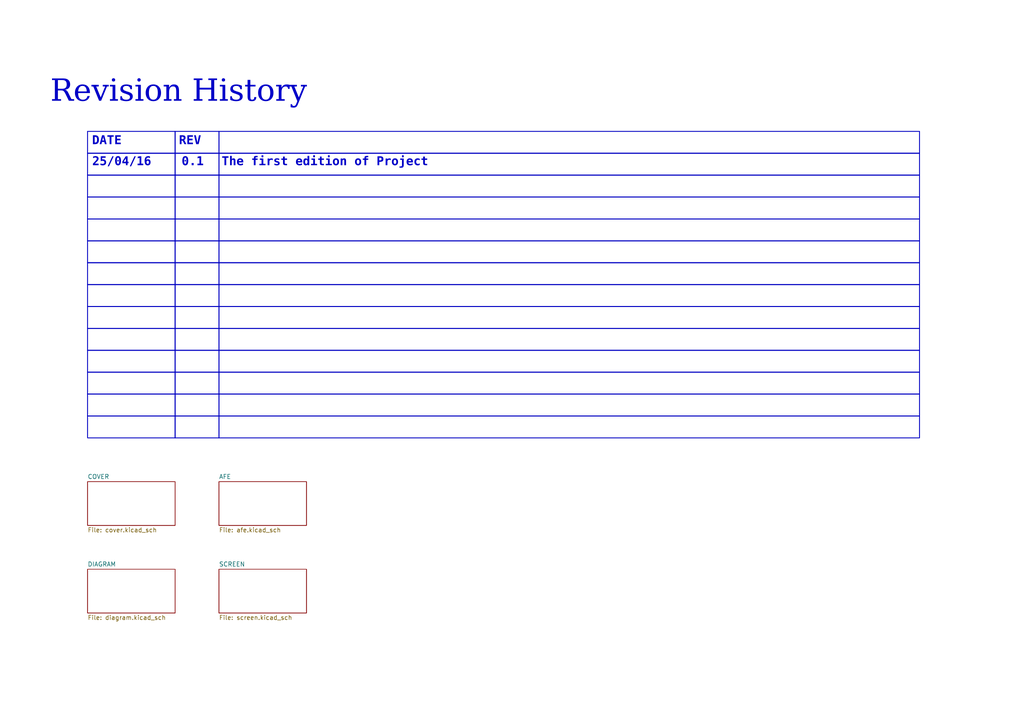
<source format=kicad_sch>
(kicad_sch
	(version 20250114)
	(generator "eeschema")
	(generator_version "9.0")
	(uuid "bfcb769b-e2bf-41b2-bb43-3df9bf38e022")
	(paper "A4")
	(lib_symbols)
	(rectangle
		(start 25.4 63.5)
		(end 50.8 69.85)
		(stroke
			(width 0.254)
			(type default)
		)
		(fill
			(type none)
		)
		(uuid 029f6f9d-fb71-4717-bf07-dfe49053b0fd)
	)
	(rectangle
		(start 25.4 57.15)
		(end 50.8 63.5)
		(stroke
			(width 0.254)
			(type default)
		)
		(fill
			(type none)
		)
		(uuid 073068fa-98c3-428e-9be6-4216d5a7eeb4)
	)
	(rectangle
		(start 25.4 114.3)
		(end 50.8 120.65)
		(stroke
			(width 0.254)
			(type default)
		)
		(fill
			(type none)
		)
		(uuid 120f6481-3cc8-4d3e-b7ca-317aaccf22d4)
	)
	(rectangle
		(start 25.4 95.25)
		(end 50.8 101.6)
		(stroke
			(width 0.254)
			(type default)
		)
		(fill
			(type none)
		)
		(uuid 1220c930-88f1-4dff-8f53-c1062bd33c5f)
	)
	(rectangle
		(start 25.4 38.1)
		(end 50.8 44.45)
		(stroke
			(width 0.254)
			(type default)
		)
		(fill
			(type none)
		)
		(uuid 2535c7fa-7021-4020-9c63-2956ced020d5)
	)
	(rectangle
		(start 50.8 38.1)
		(end 63.5 44.45)
		(stroke
			(width 0.254)
			(type default)
		)
		(fill
			(type none)
		)
		(uuid 26a4bc3b-5e10-45ba-ad68-9edc427f75aa)
	)
	(rectangle
		(start 50.8 101.6)
		(end 63.5 107.95)
		(stroke
			(width 0.254)
			(type default)
		)
		(fill
			(type none)
		)
		(uuid 34d9dacb-12f2-4615-bb31-53e404a082da)
	)
	(rectangle
		(start 50.8 63.5)
		(end 63.5 69.85)
		(stroke
			(width 0.254)
			(type default)
		)
		(fill
			(type none)
		)
		(uuid 365cc5bb-d308-4f65-a680-c48414ad1083)
	)
	(rectangle
		(start 50.8 88.9)
		(end 63.5 95.25)
		(stroke
			(width 0.254)
			(type default)
		)
		(fill
			(type none)
		)
		(uuid 426234ad-6554-4402-96a7-5d08b7b9d014)
	)
	(rectangle
		(start 25.4 88.9)
		(end 50.8 95.25)
		(stroke
			(width 0.254)
			(type default)
		)
		(fill
			(type none)
		)
		(uuid 5af2a8cf-006c-4516-8069-ddec93452167)
	)
	(rectangle
		(start 25.4 82.55)
		(end 50.8 88.9)
		(stroke
			(width 0.254)
			(type default)
		)
		(fill
			(type none)
		)
		(uuid 64bfc125-5ed0-4233-aab3-10a7a0ef621c)
	)
	(rectangle
		(start 50.8 82.55)
		(end 63.5 88.9)
		(stroke
			(width 0.254)
			(type default)
		)
		(fill
			(type none)
		)
		(uuid 70360db3-c1fe-4f29-b2bd-b45ef41d93c4)
	)
	(rectangle
		(start 25.4 76.2)
		(end 50.8 82.55)
		(stroke
			(width 0.254)
			(type default)
		)
		(fill
			(type none)
		)
		(uuid 73d0d0f6-a4e3-4fb9-aae5-35be16df5133)
	)
	(rectangle
		(start 50.8 50.8)
		(end 63.5 57.15)
		(stroke
			(width 0.254)
			(type default)
		)
		(fill
			(type none)
		)
		(uuid 84789a4e-502c-44f1-9f32-b63beeaf0991)
	)
	(rectangle
		(start 50.8 107.95)
		(end 63.5 114.3)
		(stroke
			(width 0.254)
			(type default)
		)
		(fill
			(type none)
		)
		(uuid 8e044062-d942-49dd-82dd-2f9939d6e7ed)
	)
	(rectangle
		(start 50.8 44.45)
		(end 63.5 50.8)
		(stroke
			(width 0.254)
			(type default)
		)
		(fill
			(type none)
		)
		(uuid 98f32815-4e86-4ef0-8286-71e369f188ce)
	)
	(rectangle
		(start 50.8 114.3)
		(end 63.5 120.65)
		(stroke
			(width 0.254)
			(type default)
		)
		(fill
			(type none)
		)
		(uuid 9a6f030c-7e85-4ca7-be06-8197ccc522ac)
	)
	(rectangle
		(start 25.4 120.65)
		(end 50.8 127)
		(stroke
			(width 0.254)
			(type default)
		)
		(fill
			(type none)
		)
		(uuid a664d88c-b397-40e8-95d4-ea0a3cd0f773)
	)
	(rectangle
		(start 25.4 69.85)
		(end 50.8 76.2)
		(stroke
			(width 0.254)
			(type default)
		)
		(fill
			(type none)
		)
		(uuid b18f441d-b101-4627-8a57-558902bf1a3a)
	)
	(rectangle
		(start 50.8 120.65)
		(end 63.5 127)
		(stroke
			(width 0.254)
			(type default)
		)
		(fill
			(type none)
		)
		(uuid c2c45068-15b5-4f87-840d-a81fe9cfed27)
	)
	(rectangle
		(start 25.4 101.6)
		(end 50.8 107.95)
		(stroke
			(width 0.254)
			(type default)
		)
		(fill
			(type none)
		)
		(uuid c8d8d2c5-a33c-4ced-aec6-083c87073f4b)
	)
	(rectangle
		(start 25.4 50.8)
		(end 50.8 57.15)
		(stroke
			(width 0.254)
			(type default)
		)
		(fill
			(type none)
		)
		(uuid cc59ff73-7b86-48f7-9724-b0a064373362)
	)
	(rectangle
		(start 50.8 57.15)
		(end 63.5 63.5)
		(stroke
			(width 0.254)
			(type default)
		)
		(fill
			(type none)
		)
		(uuid d685ab49-30fa-4397-b333-9aed08a32a2e)
	)
	(rectangle
		(start 50.8 69.85)
		(end 63.5 76.2)
		(stroke
			(width 0.254)
			(type default)
		)
		(fill
			(type none)
		)
		(uuid dfc76ae3-adc2-40aa-8f10-00b2bb9e33a8)
	)
	(rectangle
		(start 25.4 44.45)
		(end 50.8 50.8)
		(stroke
			(width 0.254)
			(type default)
		)
		(fill
			(type none)
		)
		(uuid e347b159-9ba3-4a0e-999f-cfe14f42a392)
	)
	(rectangle
		(start 50.8 95.25)
		(end 63.5 101.6)
		(stroke
			(width 0.254)
			(type default)
		)
		(fill
			(type none)
		)
		(uuid ea72affd-cda9-4b00-bcdd-2023fdceba36)
	)
	(rectangle
		(start 25.4 107.95)
		(end 50.8 114.3)
		(stroke
			(width 0.254)
			(type default)
		)
		(fill
			(type none)
		)
		(uuid f396a164-38ec-42ed-b9fb-5177d745c510)
	)
	(rectangle
		(start 50.8 76.2)
		(end 63.5 82.55)
		(stroke
			(width 0.254)
			(type default)
		)
		(fill
			(type none)
		)
		(uuid f991cbcb-329f-4edb-b6e1-2a8d9724e287)
	)
	(text "Revision History"
		(exclude_from_sim no)
		(at 51.816 28.448 0)
		(effects
			(font
				(face "Times New Roman")
				(size 6.35 6.35)
				(italic yes)
			)
		)
		(uuid "1bf374df-5d0b-4ea3-aa97-e505e8dab450")
	)
	(text "REV"
		(exclude_from_sim no)
		(at 55.118 41.656 0)
		(effects
			(font
				(face "Courier New")
				(size 2.54 2.54)
				(thickness 0.254)
				(bold yes)
			)
		)
		(uuid "35b3c28d-d4ff-40d5-908c-51f0cfcf8813")
	)
	(text "0.1"
		(exclude_from_sim no)
		(at 55.88 47.752 0)
		(effects
			(font
				(face "Courier New")
				(size 2.54 2.54)
				(thickness 0.508)
				(bold yes)
			)
		)
		(uuid "6d99e090-9fe6-49cd-843a-f187d7d64632")
	)
	(text "25/04/16"
		(exclude_from_sim no)
		(at 35.306 47.752 0)
		(effects
			(font
				(face "Courier New")
				(size 2.54 2.54)
				(thickness 0.508)
				(bold yes)
			)
		)
		(uuid "83a4e4e9-effe-4437-8186-fd86b07e26d7")
	)
	(text "The first edition of Project"
		(exclude_from_sim no)
		(at 94.234 47.752 0)
		(effects
			(font
				(face "Courier New")
				(size 2.54 2.54)
				(thickness 0.508)
				(bold yes)
			)
		)
		(uuid "86fa4457-741c-4a84-99ca-0aff447e4263")
	)
	(text "DATE"
		(exclude_from_sim no)
		(at 30.988 41.656 0)
		(effects
			(font
				(face "Courier New")
				(size 2.54 2.54)
				(thickness 0.254)
				(bold yes)
			)
		)
		(uuid "9e673af4-560d-4396-98a2-cb23ea37745f")
	)
	(text_box ""
		(exclude_from_sim no)
		(at 63.5 114.3 0)
		(size 203.2 6.35)
		(margins 1.0795 1.0795 1.0795 1.0795)
		(stroke
			(width 0.254)
			(type default)
		)
		(fill
			(type none)
		)
		(effects
			(font
				(size 1.27 1.27)
				(thickness 0.254)
				(bold yes)
			)
			(justify left top)
		)
		(uuid "0a6e7457-2f69-4ee2-86fd-ecd2e95648f4")
	)
	(text_box ""
		(exclude_from_sim no)
		(at 63.5 88.9 0)
		(size 203.2 6.35)
		(margins 1.0795 1.0795 1.0795 1.0795)
		(stroke
			(width 0.254)
			(type default)
		)
		(fill
			(type none)
		)
		(effects
			(font
				(size 1.27 1.27)
				(thickness 0.254)
				(bold yes)
			)
			(justify left top)
		)
		(uuid "1963a873-4623-4077-bd18-e1d83d33327f")
	)
	(text_box ""
		(exclude_from_sim no)
		(at 63.5 107.95 0)
		(size 203.2 6.35)
		(margins 1.0795 1.0795 1.0795 1.0795)
		(stroke
			(width 0.254)
			(type default)
		)
		(fill
			(type none)
		)
		(effects
			(font
				(size 1.27 1.27)
				(thickness 0.254)
				(bold yes)
			)
			(justify left top)
		)
		(uuid "25a0267f-e5b4-44e0-8f63-48fc74aa54ef")
	)
	(text_box ""
		(exclude_from_sim no)
		(at 63.5 38.1 0)
		(size 203.2 6.35)
		(margins 1.0795 1.0795 1.0795 1.0795)
		(stroke
			(width 0.254)
			(type default)
		)
		(fill
			(type none)
		)
		(effects
			(font
				(size 1.27 1.27)
				(thickness 0.254)
				(bold yes)
			)
			(justify left top)
		)
		(uuid "3c4369e8-4c30-4ec2-99d7-0b379d7080bf")
	)
	(text_box ""
		(exclude_from_sim no)
		(at 63.5 63.5 0)
		(size 203.2 6.35)
		(margins 1.0795 1.0795 1.0795 1.0795)
		(stroke
			(width 0.254)
			(type default)
		)
		(fill
			(type none)
		)
		(effects
			(font
				(size 1.27 1.27)
				(thickness 0.254)
				(bold yes)
			)
			(justify left top)
		)
		(uuid "3d6c271f-0e13-44fc-b4c5-a6b5cc980378")
	)
	(text_box ""
		(exclude_from_sim no)
		(at 63.5 95.25 0)
		(size 203.2 6.35)
		(margins 1.0795 1.0795 1.0795 1.0795)
		(stroke
			(width 0.254)
			(type default)
		)
		(fill
			(type none)
		)
		(effects
			(font
				(size 1.27 1.27)
				(thickness 0.254)
				(bold yes)
			)
			(justify left top)
		)
		(uuid "3f4218fc-604b-4471-b6c7-26932729531a")
	)
	(text_box ""
		(exclude_from_sim no)
		(at 63.5 57.15 0)
		(size 203.2 6.35)
		(margins 1.0795 1.0795 1.0795 1.0795)
		(stroke
			(width 0.254)
			(type default)
		)
		(fill
			(type none)
		)
		(effects
			(font
				(size 1.27 1.27)
				(thickness 0.254)
				(bold yes)
			)
			(justify left top)
		)
		(uuid "4cf7adfd-e7a6-413b-ab5c-3da7912fdd3a")
	)
	(text_box ""
		(exclude_from_sim no)
		(at 63.5 44.45 0)
		(size 203.2 6.35)
		(margins 1.0795 1.0795 1.0795 1.0795)
		(stroke
			(width 0.254)
			(type default)
		)
		(fill
			(type none)
		)
		(effects
			(font
				(size 1.27 1.27)
				(thickness 0.254)
				(bold yes)
			)
			(justify left top)
		)
		(uuid "57b8d706-480a-4215-9bba-37a85e12893e")
	)
	(text_box ""
		(exclude_from_sim no)
		(at 63.5 76.2 0)
		(size 203.2 6.35)
		(margins 1.0795 1.0795 1.0795 1.0795)
		(stroke
			(width 0.254)
			(type default)
		)
		(fill
			(type none)
		)
		(effects
			(font
				(size 1.27 1.27)
				(thickness 0.254)
				(bold yes)
			)
			(justify left top)
		)
		(uuid "78435504-aa84-4f68-b612-f8aebefe5c91")
	)
	(text_box ""
		(exclude_from_sim no)
		(at 63.5 101.6 0)
		(size 203.2 6.35)
		(margins 1.0795 1.0795 1.0795 1.0795)
		(stroke
			(width 0.254)
			(type default)
		)
		(fill
			(type none)
		)
		(effects
			(font
				(size 1.27 1.27)
				(thickness 0.254)
				(bold yes)
			)
			(justify left top)
		)
		(uuid "7fcbe50a-945c-4520-b3ee-815467a382c4")
	)
	(text_box ""
		(exclude_from_sim no)
		(at 63.5 50.8 0)
		(size 203.2 6.35)
		(margins 1.0795 1.0795 1.0795 1.0795)
		(stroke
			(width 0.254)
			(type default)
		)
		(fill
			(type none)
		)
		(effects
			(font
				(size 1.27 1.27)
				(thickness 0.254)
				(bold yes)
			)
			(justify left top)
		)
		(uuid "8465fd7b-568d-4dac-b69c-f5c7f33d2c3d")
	)
	(text_box ""
		(exclude_from_sim no)
		(at 63.5 120.65 0)
		(size 203.2 6.35)
		(margins 1.0795 1.0795 1.0795 1.0795)
		(stroke
			(width 0.254)
			(type default)
		)
		(fill
			(type none)
		)
		(effects
			(font
				(size 1.27 1.27)
				(thickness 0.254)
				(bold yes)
			)
			(justify left top)
		)
		(uuid "a0cfedeb-8969-4135-949b-3ae4f19e7dcc")
	)
	(text_box ""
		(exclude_from_sim no)
		(at 63.5 82.55 0)
		(size 203.2 6.35)
		(margins 1.0795 1.0795 1.0795 1.0795)
		(stroke
			(width 0.254)
			(type default)
		)
		(fill
			(type none)
		)
		(effects
			(font
				(size 1.27 1.27)
				(thickness 0.254)
				(bold yes)
			)
			(justify left top)
		)
		(uuid "a2278212-2278-4e79-8003-bd164b966b5a")
	)
	(text_box ""
		(exclude_from_sim no)
		(at 63.5 69.85 0)
		(size 203.2 6.35)
		(margins 1.0795 1.0795 1.0795 1.0795)
		(stroke
			(width 0.254)
			(type default)
		)
		(fill
			(type none)
		)
		(effects
			(font
				(size 1.27 1.27)
				(thickness 0.254)
				(bold yes)
			)
			(justify left top)
		)
		(uuid "cd1b35dd-82d3-4304-9c6d-7f14c67bb788")
	)
	(sheet
		(at 25.4 165.1)
		(size 25.4 12.7)
		(exclude_from_sim no)
		(in_bom yes)
		(on_board yes)
		(dnp no)
		(fields_autoplaced yes)
		(stroke
			(width 0.1524)
			(type solid)
		)
		(fill
			(color 0 0 0 0.0000)
		)
		(uuid "0c6533a4-fd1c-4f8f-a18f-8fb69ac14e0b")
		(property "Sheetname" "DIAGRAM"
			(at 25.4 164.3884 0)
			(effects
				(font
					(size 1.27 1.27)
				)
				(justify left bottom)
			)
		)
		(property "Sheetfile" "diagram.kicad_sch"
			(at 25.4 178.3846 0)
			(effects
				(font
					(size 1.27 1.27)
				)
				(justify left top)
			)
		)
		(instances
			(project "audio_lab"
				(path "/bfcb769b-e2bf-41b2-bb43-3df9bf38e022"
					(page "3")
				)
			)
		)
	)
	(sheet
		(at 63.5 165.1)
		(size 25.4 12.7)
		(exclude_from_sim no)
		(in_bom yes)
		(on_board yes)
		(dnp no)
		(fields_autoplaced yes)
		(stroke
			(width 0.1524)
			(type solid)
		)
		(fill
			(color 0 0 0 0.0000)
		)
		(uuid "a9091c63-83fd-46e9-a22a-b5bf657747f5")
		(property "Sheetname" "SCREEN"
			(at 63.5 164.3884 0)
			(effects
				(font
					(size 1.27 1.27)
				)
				(justify left bottom)
			)
		)
		(property "Sheetfile" "screen.kicad_sch"
			(at 63.5 178.3846 0)
			(effects
				(font
					(size 1.27 1.27)
				)
				(justify left top)
			)
		)
		(instances
			(project "audio_lab"
				(path "/bfcb769b-e2bf-41b2-bb43-3df9bf38e022"
					(page "5")
				)
			)
		)
	)
	(sheet
		(at 63.5 139.7)
		(size 25.4 12.7)
		(exclude_from_sim no)
		(in_bom yes)
		(on_board yes)
		(dnp no)
		(fields_autoplaced yes)
		(stroke
			(width 0.1524)
			(type solid)
		)
		(fill
			(color 0 0 0 0.0000)
		)
		(uuid "c0c37860-0fb9-4a7b-89ad-8335ebb7df4d")
		(property "Sheetname" "AFE"
			(at 63.5 138.9884 0)
			(effects
				(font
					(size 1.27 1.27)
				)
				(justify left bottom)
			)
		)
		(property "Sheetfile" "afe.kicad_sch"
			(at 63.5 152.9846 0)
			(effects
				(font
					(size 1.27 1.27)
				)
				(justify left top)
			)
		)
		(instances
			(project "audio_lab"
				(path "/bfcb769b-e2bf-41b2-bb43-3df9bf38e022"
					(page "4")
				)
			)
		)
	)
	(sheet
		(at 25.4 139.7)
		(size 25.4 12.7)
		(exclude_from_sim no)
		(in_bom yes)
		(on_board yes)
		(dnp no)
		(fields_autoplaced yes)
		(stroke
			(width 0.1524)
			(type solid)
		)
		(fill
			(color 0 0 0 0.0000)
		)
		(uuid "ca0bd6a1-3727-4914-989d-18a2b1596359")
		(property "Sheetname" "COVER"
			(at 25.4 138.9884 0)
			(effects
				(font
					(size 1.27 1.27)
				)
				(justify left bottom)
			)
		)
		(property "Sheetfile" "cover.kicad_sch"
			(at 25.4 152.9846 0)
			(effects
				(font
					(size 1.27 1.27)
				)
				(justify left top)
			)
		)
		(instances
			(project "audio_lab"
				(path "/bfcb769b-e2bf-41b2-bb43-3df9bf38e022"
					(page "1")
				)
			)
		)
	)
	(sheet_instances
		(path "/"
			(page "2")
		)
	)
	(embedded_fonts no)
)

</source>
